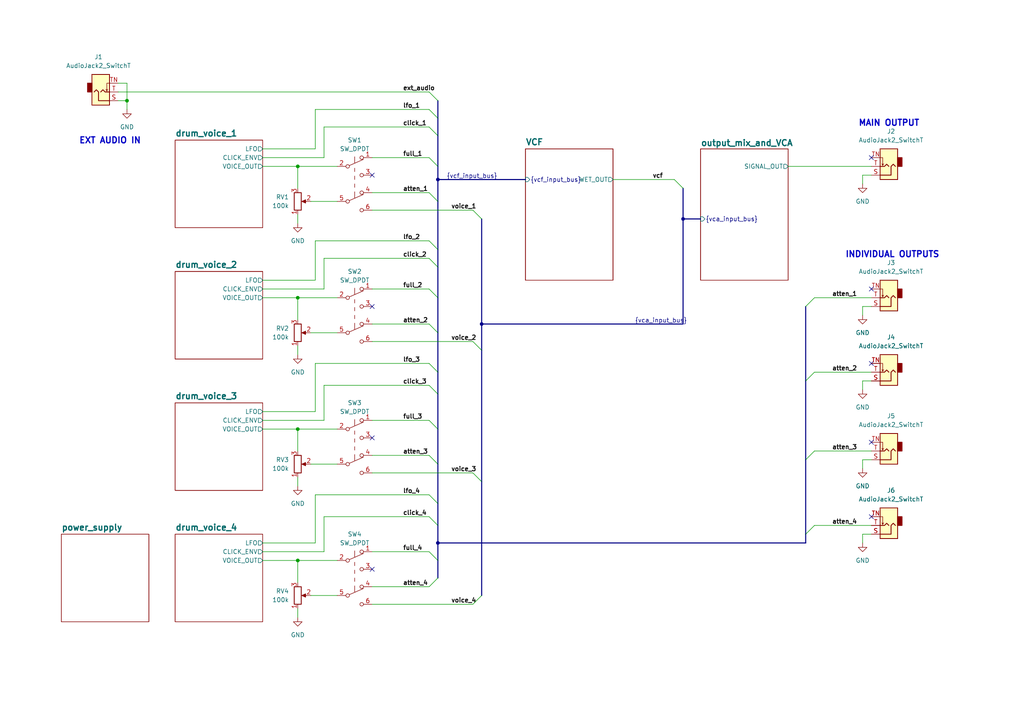
<source format=kicad_sch>
(kicad_sch (version 20230121) (generator eeschema)
  (paper "A4")
  (title_block (title "J.P. Fundrums") (date "2023-02-02") (rev "0") (comment 1 "creativecommons.org/licences/by/4.0/") (comment 2 "Licence: CC by 4.0") (comment 3 "Author: Jordan Aceto") (comment 4 "**IMPORTANT: Preliminary, may contain errors or omissions**"))
  (lib_symbols
    (symbol "Connector_Audio:AudioJack2_SwitchT"
      (property "Reference" "J" (at 0 8.89 0))
      (property "Value" "AudioJack2_SwitchT" (at 0 6.35 0))
      (symbol "AudioJack2_SwitchT_0_1"
        (rectangle (start -2.54 0) (end -3.81 -2.54) (stroke (width 0.254)) (fill (type outline)))
        (polyline (pts (xy 1.778 -0.254) (xy 2.032 -0.762)))
        (polyline (pts (xy 0 0) (xy 0.635 -0.635) (xy 1.27 0) (xy 2.54 0)) (stroke (width 0.254)))
        (polyline (pts (xy 2.54 -2.54) (xy 1.778 -2.54) (xy 1.778 -0.254) (xy 1.524 -0.762)))
        (polyline (pts (xy 2.54 2.54) (xy -0.635 2.54) (xy -0.635 0) (xy -1.27 -0.635) (xy -1.905 0)) (stroke (width 0.254)))
        (rectangle (start 2.54 3.81) (end -2.54 -5.08) (stroke (width 0.254)) (fill (type background)))
      )
      (symbol "AudioJack2_SwitchT_1_1"
        (pin passive line (at 5.08 2.54 180) (length 2.54) (name "~") (number "S"))
        (pin passive line (at 5.08 0 180) (length 2.54) (name "~") (number "T"))
        (pin passive line (at 5.08 -2.54 180) (length 2.54) (name "~") (number "TN"))
      )
    )
    (symbol "Device:R_Potentiometer" (pin_names (offset 1.016) hide)
      (property "Reference" "RV" (at -4.445 0 90))
      (property "Value" "R_Potentiometer" (at -2.54 0 90))
      (symbol "R_Potentiometer_0_1"
        (polyline (pts (xy 2.54 0) (xy 1.524 0)))
        (polyline (pts (xy 1.143 0) (xy 2.286 0.508) (xy 2.286 -0.508) (xy 1.143 0)) (fill (type outline)))
        (rectangle (start 1.016 2.54) (end -1.016 -2.54) (stroke (width 0.254)))
      )
      (symbol "R_Potentiometer_1_1"
        (pin passive line (at 0 3.81 270) (length 1.27) (name "1") (number "1"))
        (pin passive line (at 3.81 0 180) (length 1.27) (name "2") (number "2"))
        (pin passive line (at 0 -3.81 90) (length 1.27) (name "3") (number "3"))
      )
    )
    (symbol "Switch:SW_Push_DPDT" (pin_names (offset 0) hide)
      (property "Reference" "SW" (at 0 8.89 0))
      (property "Value" "SW_Push_DPDT" (at 0 -10.16 0))
      (symbol "SW_Push_DPDT_0_0"
        (circle (center -2.032 -5.08) (radius 0.508))
        (circle (center -2.032 5.08) (radius 0.508))
        (circle (center 2.032 -7.62) (radius 0.508))
        (circle (center 2.032 2.54) (radius 0.508))
      )
      (symbol "SW_Push_DPDT_0_1"
        (polyline (pts (xy -1.524 -4.826) (xy 2.54 -3.048)))
        (polyline (pts (xy -1.524 5.334) (xy 2.54 7.112)))
        (polyline (pts (xy 0 -2.286) (xy 0 -4.064)))
        (polyline (pts (xy 0 -1.016) (xy 0 0)))
        (polyline (pts (xy 0 1.27) (xy 0 2.286)))
        (polyline (pts (xy 0 3.556) (xy 0 4.572)))
        (polyline (pts (xy 0 7.874) (xy 0 6.096)))
        (circle (center 2.032 -2.54) (radius 0.508))
        (circle (center 2.032 7.62) (radius 0.508))
      )
      (symbol "SW_Push_DPDT_1_1"
        (pin passive line (at 5.08 7.62 180) (length 2.54) (name "A") (number "1"))
        (pin passive line (at -5.08 5.08 0) (length 2.54) (name "B") (number "2"))
        (pin passive line (at 5.08 2.54 180) (length 2.54) (name "C") (number "3"))
        (pin passive line (at 5.08 -2.54 180) (length 2.54) (name "A") (number "4"))
        (pin passive line (at -5.08 -5.08 0) (length 2.54) (name "B") (number "5"))
        (pin passive line (at 5.08 -7.62 180) (length 2.54) (name "C") (number "6"))
      )
    )
    (symbol "power:GND" (power) (pin_names (offset 0))
      (property "Value" "GND" (at 0 -3.81 0))
      (symbol "GND_0_1"
        (polyline (pts (xy 0 0) (xy 0 -1.27) (xy 1.27 -1.27) (xy 0 -2.54) (xy -1.27 -1.27) (xy 0 -1.27)))
      )
      (symbol "GND_1_1"
        (pin power_in line (at 0 0 270) (length 0) hide (name "GND") (number "1"))
      )
    )
  )
  (bus_alias "vca_input_bus" (members "voice_1" "voice_2" "voice_3" "voice_4" "vcf"))
  (bus_alias "vcf_input_bus" (members "atten_1" "atten_2" "atten_3" "atten_4" "full_1" "full_2" "full_3" "full_4" "click_1" "click_2" "click_3" "click_4" "ext_audio" "lfo_1" "lfo_2" "lfo_3" "lfo_4" ""))
  (junction (at 127 52.07))
  (junction (at 139.7 93.98))
  (junction (at 86.36 124.46))
  (junction (at 36.83 29.21))
  (junction (at 127 157.48))
  (junction (at 86.36 86.36))
  (junction (at 86.36 48.26))
  (junction (at 198.12 63.5))
  (junction (at 86.36 162.56))
  (no_connect (at 252.73 149.86))
  (no_connect (at 252.73 45.72))
  (no_connect (at 107.95 165.1))
  (no_connect (at 252.73 128.27))
  (no_connect (at 107.95 50.8))
  (no_connect (at 252.73 105.41))
  (no_connect (at 107.95 88.9))
  (no_connect (at 252.73 83.82))
  (no_connect (at 107.95 127))
  (bus_entry (at 139.7 139.7) (size -2.54 -2.54))
  (bus_entry (at 127 146.05) (size -2.54 -2.54))
  (bus_entry (at 127 39.37) (size -2.54 -2.54))
  (bus_entry (at 127 124.46) (size -2.54 -2.54))
  (bus_entry (at 198.12 54.61) (size -2.54 -2.54))
  (bus_entry (at 127 114.3) (size -2.54 -2.54))
  (bus_entry (at 127 107.95) (size -2.54 -2.54))
  (bus_entry (at 127 29.21) (size -2.54 -2.54))
  (bus_entry (at 127 77.47) (size -2.54 -2.54))
  (bus_entry (at 233.68 110.49) (size 2.54 -2.54))
  (bus_entry (at 127 34.29) (size -2.54 -2.54))
  (bus_entry (at 127 167.64) (size -2.54 2.54))
  (bus_entry (at 139.7 172.72) (size -2.54 2.54))
  (bus_entry (at 127 58.42) (size -2.54 -2.54))
  (bus_entry (at 233.68 154.94) (size 2.54 -2.54))
  (bus_entry (at 233.68 133.35) (size 2.54 -2.54))
  (bus_entry (at 127 86.36) (size -2.54 -2.54))
  (bus_entry (at 127 134.62) (size -2.54 -2.54))
  (bus_entry (at 127 72.39) (size -2.54 -2.54))
  (bus_entry (at 127 152.4) (size -2.54 -2.54))
  (bus_entry (at 233.68 88.9) (size 2.54 -2.54))
  (bus_entry (at 127 96.52) (size -2.54 -2.54))
  (bus_entry (at 127 162.56) (size -2.54 -2.54))
  (bus_entry (at 139.7 63.5) (size -2.54 -2.54))
  (bus_entry (at 127 48.26) (size -2.54 -2.54))
  (bus_entry (at 139.7 101.6) (size -2.54 -2.54))
  (wire (pts (xy 76.2 86.36) (xy 86.36 86.36)))
  (wire (pts (xy 90.17 172.72) (xy 97.79 172.72)))
  (wire (pts (xy 107.95 121.92) (xy 124.46 121.92)))
  (bus (pts (xy 127 86.36) (xy 127 96.52)))
  (wire (pts (xy 250.19 50.8) (xy 250.19 53.34)))
  (wire (pts (xy 76.2 124.46) (xy 86.36 124.46)))
  (wire (pts (xy 76.2 48.26) (xy 86.36 48.26)))
  (wire (pts (xy 93.98 149.86) (xy 124.46 149.86)))
  (wire (pts (xy 93.98 45.72) (xy 76.2 45.72)))
  (bus (pts (xy 127 96.52) (xy 127 107.95)))
  (wire (pts (xy 86.36 162.56) (xy 97.79 162.56)))
  (wire (pts (xy 93.98 36.83) (xy 93.98 45.72)))
  (bus (pts (xy 127 162.56) (xy 127 167.64)))
  (wire (pts (xy 252.73 133.35) (xy 250.19 133.35)))
  (wire (pts (xy 86.36 124.46) (xy 97.79 124.46)))
  (wire (pts (xy 86.36 48.26) (xy 97.79 48.26)))
  (wire (pts (xy 107.95 170.18) (xy 124.46 170.18)))
  (wire (pts (xy 91.44 157.48) (xy 76.2 157.48)))
  (wire (pts (xy 76.2 162.56) (xy 86.36 162.56)))
  (wire (pts (xy 90.17 58.42) (xy 97.79 58.42)))
  (wire (pts (xy 91.44 105.41) (xy 124.46 105.41)))
  (bus (pts (xy 233.68 133.35) (xy 233.68 154.94)))
  (wire (pts (xy 34.29 29.21) (xy 36.83 29.21)))
  (wire (pts (xy 93.98 149.86) (xy 93.98 160.02)))
  (wire (pts (xy 107.95 60.96) (xy 137.16 60.96)))
  (bus (pts (xy 139.7 93.98) (xy 198.12 93.98)))
  (bus (pts (xy 198.12 93.98) (xy 198.12 63.5)))
  (wire (pts (xy 228.6 48.26) (xy 252.73 48.26)))
  (bus (pts (xy 139.7 101.6) (xy 139.7 139.7)))
  (wire (pts (xy 107.95 99.06) (xy 137.16 99.06)))
  (wire (pts (xy 86.36 48.26) (xy 86.36 54.61)))
  (wire (pts (xy 107.95 137.16) (xy 137.16 137.16)))
  (wire (pts (xy 36.83 24.13) (xy 36.83 29.21)))
  (wire (pts (xy 236.22 152.4) (xy 252.73 152.4)))
  (wire (pts (xy 86.36 124.46) (xy 86.36 130.81)))
  (bus (pts (xy 127 29.21) (xy 127 34.29)))
  (wire (pts (xy 93.98 111.76) (xy 124.46 111.76)))
  (bus (pts (xy 127 52.07) (xy 127 58.42)))
  (wire (pts (xy 76.2 160.02) (xy 93.98 160.02)))
  (wire (pts (xy 86.36 138.43) (xy 86.36 140.97)))
  (wire (pts (xy 90.17 96.52) (xy 97.79 96.52)))
  (wire (pts (xy 236.22 107.95) (xy 252.73 107.95)))
  (bus (pts (xy 127 152.4) (xy 127 157.48)))
  (wire (pts (xy 86.36 86.36) (xy 97.79 86.36)))
  (bus (pts (xy 127 52.07) (xy 152.4 52.07)))
  (wire (pts (xy 91.44 143.51) (xy 124.46 143.51)))
  (wire (pts (xy 93.98 111.76) (xy 93.98 121.92)))
  (bus (pts (xy 127 77.47) (xy 127 86.36)))
  (wire (pts (xy 252.73 110.49) (xy 250.19 110.49)))
  (wire (pts (xy 93.98 74.93) (xy 93.98 83.82)))
  (wire (pts (xy 252.73 50.8) (xy 250.19 50.8)))
  (bus (pts (xy 127 134.62) (xy 127 146.05)))
  (wire (pts (xy 107.95 55.88) (xy 124.46 55.88)))
  (bus (pts (xy 127 34.29) (xy 127 39.37)))
  (wire (pts (xy 93.98 74.93) (xy 124.46 74.93)))
  (bus (pts (xy 198.12 63.5) (xy 203.2 63.5)))
  (bus (pts (xy 127 146.05) (xy 127 152.4)))
  (wire (pts (xy 107.95 93.98) (xy 124.46 93.98)))
  (wire (pts (xy 86.36 162.56) (xy 86.36 168.91)))
  (wire (pts (xy 34.29 26.67) (xy 124.46 26.67)))
  (wire (pts (xy 91.44 69.85) (xy 124.46 69.85)))
  (bus (pts (xy 127 107.95) (xy 127 114.3)))
  (bus (pts (xy 139.7 63.5) (xy 139.7 93.98)))
  (wire (pts (xy 250.19 88.9) (xy 250.19 91.44)))
  (wire (pts (xy 107.95 160.02) (xy 124.46 160.02)))
  (bus (pts (xy 233.68 88.9) (xy 233.68 110.49)))
  (bus (pts (xy 127 157.48) (xy 127 162.56)))
  (wire (pts (xy 91.44 69.85) (xy 91.44 81.28)))
  (wire (pts (xy 91.44 31.75) (xy 124.46 31.75)))
  (wire (pts (xy 252.73 154.94) (xy 250.19 154.94)))
  (wire (pts (xy 250.19 154.94) (xy 250.19 157.48)))
  (wire (pts (xy 93.98 121.92) (xy 76.2 121.92)))
  (wire (pts (xy 107.95 132.08) (xy 124.46 132.08)))
  (bus (pts (xy 127 48.26) (xy 127 52.07)))
  (wire (pts (xy 250.19 110.49) (xy 250.19 113.03)))
  (bus (pts (xy 233.68 154.94) (xy 233.68 157.48)))
  (bus (pts (xy 139.7 139.7) (xy 139.7 172.72)))
  (wire (pts (xy 93.98 83.82) (xy 76.2 83.82)))
  (wire (pts (xy 91.44 81.28) (xy 76.2 81.28)))
  (bus (pts (xy 127 124.46) (xy 127 134.62)))
  (wire (pts (xy 236.22 130.81) (xy 252.73 130.81)))
  (wire (pts (xy 91.44 143.51) (xy 91.44 157.48)))
  (wire (pts (xy 93.98 36.83) (xy 124.46 36.83)))
  (wire (pts (xy 86.36 86.36) (xy 86.36 92.71)))
  (wire (pts (xy 91.44 105.41) (xy 91.44 119.38)))
  (bus (pts (xy 139.7 93.98) (xy 139.7 101.6)))
  (bus (pts (xy 127 58.42) (xy 127 72.39)))
  (wire (pts (xy 107.95 45.72) (xy 124.46 45.72)))
  (bus (pts (xy 127 114.3) (xy 127 124.46)))
  (wire (pts (xy 107.95 175.26) (xy 137.16 175.26)))
  (wire (pts (xy 90.17 134.62) (xy 97.79 134.62)))
  (wire (pts (xy 252.73 88.9) (xy 250.19 88.9)))
  (wire (pts (xy 34.29 24.13) (xy 36.83 24.13)))
  (wire (pts (xy 236.22 86.36) (xy 252.73 86.36)))
  (wire (pts (xy 91.44 43.18) (xy 76.2 43.18)))
  (wire (pts (xy 107.95 83.82) (xy 124.46 83.82)))
  (bus (pts (xy 198.12 63.5) (xy 198.12 54.61)))
  (bus (pts (xy 127 39.37) (xy 127 48.26)))
  (wire (pts (xy 36.83 29.21) (xy 36.83 31.75)))
  (bus (pts (xy 233.68 110.49) (xy 233.68 133.35)))
  (bus (pts (xy 127 157.48) (xy 233.68 157.48)))
  (wire (pts (xy 86.36 100.33) (xy 86.36 102.87)))
  (bus (pts (xy 127 72.39) (xy 127 77.47)))
  (wire (pts (xy 91.44 119.38) (xy 76.2 119.38)))
  (wire (pts (xy 86.36 176.53) (xy 86.36 179.07)))
  (wire (pts (xy 86.36 62.23) (xy 86.36 64.77)))
  (wire (pts (xy 91.44 31.75) (xy 91.44 43.18)))
  (wire (pts (xy 250.19 133.35) (xy 250.19 135.89)))
  (wire (pts (xy 177.8 52.07) (xy 195.58 52.07)))
  (text "EXT AUDIO IN" (at 22.86 41.91 0) (effects (font (size 1.75 1.75) (thickness 0.35) bold) (justify left bottom)))
  (text "MAIN OUTPUT" (at 248.92 36.83 0) (effects (font (size 1.75 1.75) (thickness 0.35) bold) (justify left bottom)))
  (text "INDIVIDUAL OUTPUTS" (at 245.11 74.93 0) (effects (font (size 1.75 1.75) (thickness 0.35) bold) (justify left bottom)))
  (label "atten_3" (at 116.84 132.08 0) (effects (font bold)))
  (label "full_1" (at 116.84 45.72 0) (effects (font bold)))
  (label "lfo_1" (at 116.84 31.75 0) (effects (font bold)))
  (label "lfo_2" (at 116.84 69.85 0) (effects (font bold)))
  (label "voice_1" (at 130.81 60.96 0) (effects (font bold)))
  (label "atten_2" (at 241.3 107.95 0) (effects (font bold)))
  (label "full_4" (at 116.84 160.02 0) (effects (font bold)))
  (label "lfo_3" (at 116.84 105.41 0) (effects (font bold)))
  (label "vcf" (at 189.23 52.07 0) (effects (font bold)))
  (label "atten_4" (at 241.3 152.4 0) (effects (font bold)))
  (label "atten_1" (at 116.84 55.88 0) (effects (font bold)))
  (label "click_3" (at 116.84 111.76 0) (effects (font bold)))
  (label "voice_4" (at 130.81 175.26 0) (effects (font bold)))
  (label "atten_1" (at 241.3 86.36 0) (effects (font bold)))
  (label "voice_3" (at 130.81 137.16 0) (effects (font bold)))
  (label "full_3" (at 116.84 121.92 0) (effects (font bold)))
  (label "lfo_4" (at 116.84 143.51 0) (effects (font bold)))
  (label "click_4" (at 116.84 149.86 0) (effects (font bold)))
  (label "full_2" (at 116.84 83.82 0) (effects (font bold)))
  (label "atten_3" (at 241.3 130.81 0) (effects (font bold)))
  (label "atten_4" (at 116.84 170.18 0) (effects (font bold)))
  (label "atten_2" (at 116.84 93.98 0) (effects (font bold)))
  (label "{vca_input_bus}" (at 184.15 93.98 0))
  (label "ext_audio" (at 116.84 26.67 0) (effects (font bold)))
  (label "{vcf_input_bus}" (at 129.54 52.07 0))
  (label "voice_2" (at 130.81 99.06 0) (effects (font bold)))
  (label "click_2" (at 116.84 74.93 0) (effects (font bold)))
  (label "click_1" (at 116.84 36.83 0) (effects (font bold)))
  (symbol (lib_id "Switch:SW_Push_DPDT") (at 102.87 129.54 0) (unit 1)
    (property "Reference" "SW3" (at 102.87 116.84 0))
    (property "Value" "SW_DPDT" (at 102.87 119.38 0))
  )
  (symbol (lib_id "power:GND") (at 250.19 157.48 0) (mirror y) (unit 1)
    (property "Reference" "#PWR083" (effects hide))
    (property "Value" "GND" (at 250.19 162.56 0))
  )
  (symbol (lib_id "Connector_Audio:AudioJack2_SwitchT") (at 257.81 152.4 180) (unit 1)
    (property "Reference" "J6" (at 258.445 142.24 0))
    (property "Value" "AudioJack2_SwitchT" (at 258.445 144.78 0))
  )
  (symbol (lib_id "power:GND") (at 250.19 53.34 0) (mirror y) (unit 1)
    (property "Reference" "#PWR086" (effects hide))
    (property "Value" "GND" (at 250.19 58.42 0))
  )
  (symbol (lib_id "power:GND") (at 86.36 102.87 0) (unit 1)
    (property "Reference" "#PWR078" (effects hide))
    (property "Value" "GND" (at 86.36 107.95 0))
  )
  (symbol (lib_id "Device:R_Potentiometer") (at 86.36 134.62 0) (mirror x) (unit 1)
    (property "Reference" "RV3" (at 83.82 133.3499 0) (effects (justify right)))
    (property "Value" "100k" (at 83.82 135.8899 0) (effects (justify right)))
  )
  (symbol (lib_id "Switch:SW_Push_DPDT") (at 102.87 53.34 0) (unit 1)
    (property "Reference" "SW1" (at 102.87 40.64 0))
    (property "Value" "SW_DPDT" (at 102.87 43.18 0))
  )
  (symbol (lib_id "Switch:SW_Push_DPDT") (at 102.87 167.64 0) (unit 1)
    (property "Reference" "SW4" (at 102.87 154.94 0))
    (property "Value" "SW_DPDT" (at 102.87 157.48 0))
  )
  (symbol (lib_id "Connector_Audio:AudioJack2_SwitchT") (at 257.81 107.95 180) (unit 1)
    (property "Reference" "J4" (at 258.445 97.79 0))
    (property "Value" "AudioJack2_SwitchT" (at 258.445 100.33 0))
  )
  (symbol (lib_id "power:GND") (at 36.83 31.75 0) (unit 1)
    (property "Reference" "#PWR081" (effects hide))
    (property "Value" "GND" (at 36.83 36.83 0))
  )
  (symbol (lib_id "power:GND") (at 250.19 135.89 0) (mirror y) (unit 1)
    (property "Reference" "#PWR082" (effects hide))
    (property "Value" "GND" (at 250.19 140.97 0))
  )
  (symbol (lib_id "Connector_Audio:AudioJack2_SwitchT") (at 257.81 48.26 180) (unit 1)
    (property "Reference" "J2" (at 258.445 38.1 0))
    (property "Value" "AudioJack2_SwitchT" (at 258.445 40.64 0))
  )
  (symbol (lib_id "Device:R_Potentiometer") (at 86.36 96.52 0) (mirror x) (unit 1)
    (property "Reference" "RV2" (at 83.82 95.2499 0) (effects (justify right)))
    (property "Value" "100k" (at 83.82 97.7899 0) (effects (justify right)))
  )
  (symbol (lib_id "Device:R_Potentiometer") (at 86.36 172.72 0) (mirror x) (unit 1)
    (property "Reference" "RV4" (at 83.82 171.4499 0) (effects (justify right)))
    (property "Value" "100k" (at 83.82 173.9899 0) (effects (justify right)))
  )
  (symbol (lib_id "power:GND") (at 86.36 140.97 0) (unit 1)
    (property "Reference" "#PWR079" (effects hide))
    (property "Value" "GND" (at 86.36 146.05 0))
  )
  (symbol (lib_id "Device:R_Potentiometer") (at 86.36 58.42 0) (mirror x) (unit 1)
    (property "Reference" "RV1" (at 83.82 57.1499 0) (effects (justify right)))
    (property "Value" "100k" (at 83.82 59.6899 0) (effects (justify right)))
  )
  (symbol (lib_id "power:GND") (at 250.19 113.03 0) (mirror y) (unit 1)
    (property "Reference" "#PWR084" (effects hide))
    (property "Value" "GND" (at 250.19 118.11 0))
  )
  (symbol (lib_id "power:GND") (at 250.19 91.44 0) (mirror y) (unit 1)
    (property "Reference" "#PWR085" (effects hide))
    (property "Value" "GND" (at 250.19 96.52 0))
  )
  (symbol (lib_id "power:GND") (at 86.36 179.07 0) (unit 1)
    (property "Reference" "#PWR080" (effects hide))
    (property "Value" "GND" (at 86.36 184.15 0))
  )
  (symbol (lib_id "power:GND") (at 86.36 64.77 0) (unit 1)
    (property "Reference" "#PWR077" (effects hide))
    (property "Value" "GND" (at 86.36 69.85 0))
  )
  (symbol (lib_id "Connector_Audio:AudioJack2_SwitchT") (at 257.81 86.36 180) (unit 1)
    (property "Reference" "J3" (at 258.445 76.2 0))
    (property "Value" "AudioJack2_SwitchT" (at 258.445 78.74 0))
  )
  (symbol (lib_id "Connector_Audio:AudioJack2_SwitchT") (at 29.21 26.67 0) (mirror x) (unit 1)
    (property "Reference" "J1" (at 28.575 16.51 0))
    (property "Value" "AudioJack2_SwitchT" (at 28.575 19.05 0))
  )
  (symbol (lib_id "Switch:SW_Push_DPDT") (at 102.87 91.44 0) (unit 1)
    (property "Reference" "SW2" (at 102.87 78.74 0))
    (property "Value" "SW_DPDT" (at 102.87 81.28 0))
  )
  (symbol (lib_id "Connector_Audio:AudioJack2_SwitchT") (at 257.81 130.81 180) (unit 1)
    (property "Reference" "J5" (at 258.445 120.65 0))
    (property "Value" "AudioJack2_SwitchT" (at 258.445 123.19 0))
  )
  (sheet (at 50.8 40.64) (size 25.4 25.4) (stroke (width 0.1524))
    (property "Sheetname" "drum_voice_1" (at 50.8 39.6884 0) (effects (font (size 1.75 1.75) bold) (justify left bottom)))
    (property "Sheetfile" "drum_voice.kicad_sch" (effects hide))
    (pin "VOICE_OUT" output (at 76.2 48.26 0))
    (pin "CLICK_ENV" output (at 76.2 45.72 0))
    (pin "LFO" output (at 76.2 43.18 0))
  )
  (sheet (at 17.78 154.94) (size 25.4 25.4) (stroke (width 0.1524))
    (property "Sheetname" "power_supply" (at 17.78 153.9884 0) (effects (font (size 1.75 1.75) bold) (justify left bottom)))
    (property "Sheetfile" "power_supply.kicad_sch" (effects hide))
  )
  (sheet (at 203.2 43.18) (size 25.4 38.1) (stroke (width 0.1524))
    (property "Sheetname" "output_mix_and_VCA" (at 203.2 42.4684 0) (effects (font (size 1.75 1.75) bold) (justify left bottom)))
    (property "Sheetfile" "output_mix_and_VCA.kicad_sch" (effects hide))
    (pin "{vca_input_bus}" input (at 203.2 63.5 180))
    (pin "SIGNAL_OUT" output (at 228.6 48.26 0))
  )
  (sheet (at 152.4 43.18) (size 25.4 38.1) (stroke (width 0.1524))
    (property "Sheetname" "VCF" (at 152.4 42.2284 0) (effects (font (size 1.75 1.75) bold) (justify left bottom)))
    (property "Sheetfile" "VCF.kicad_sch" (effects hide))
    (pin "{vcf_input_bus}" input (at 152.4 52.07 180))
    (pin "WET_OUT" output (at 177.8 52.07 0))
  )
  (sheet (at 50.8 78.74) (size 25.4 25.4) (stroke (width 0.1524))
    (property "Sheetname" "drum_voice_2" (at 50.8 77.7884 0) (effects (font (size 1.75 1.75) bold) (justify left bottom)))
    (property "Sheetfile" "drum_voice.kicad_sch" (effects hide))
    (pin "VOICE_OUT" output (at 76.2 86.36 0))
    (pin "CLICK_ENV" output (at 76.2 83.82 0))
    (pin "LFO" output (at 76.2 81.28 0))
  )
  (sheet (at 50.8 116.84) (size 25.4 25.4) (stroke (width 0.1524))
    (property "Sheetname" "drum_voice_3" (at 50.8 115.8884 0) (effects (font (size 1.75 1.75) bold) (justify left bottom)))
    (property "Sheetfile" "drum_voice.kicad_sch" (effects hide))
    (pin "VOICE_OUT" output (at 76.2 124.46 0))
    (pin "CLICK_ENV" output (at 76.2 121.92 0))
    (pin "LFO" output (at 76.2 119.38 0))
  )
  (sheet (at 50.8 154.94) (size 25.4 25.4) (stroke (width 0.1524))
    (property "Sheetname" "drum_voice_4" (at 50.8 153.9884 0) (effects (font (size 1.75 1.75) bold) (justify left bottom)))
    (property "Sheetfile" "drum_voice.kicad_sch" (effects hide))
    (pin "VOICE_OUT" output (at 76.2 162.56 0))
    (pin "CLICK_ENV" output (at 76.2 160.02 0))
    (pin "LFO" output (at 76.2 157.48 0))
  )
)
</source>
